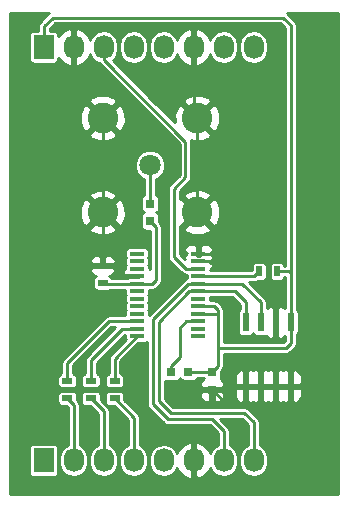
<source format=gbr>
G04 #@! TF.FileFunction,Copper,L2,Bot,Signal*
%FSLAX46Y46*%
G04 Gerber Fmt 4.6, Leading zero omitted, Abs format (unit mm)*
G04 Created by KiCad (PCBNEW 4.0.7-e2-6376~58~ubuntu16.04.1) date Mon Jun 18 09:51:27 2018*
%MOMM*%
%LPD*%
G01*
G04 APERTURE LIST*
%ADD10C,0.100000*%
%ADD11R,0.800000X0.750000*%
%ADD12R,0.750000X0.800000*%
%ADD13R,1.200000X0.400000*%
%ADD14R,0.600000X1.550000*%
%ADD15R,0.900000X0.500000*%
%ADD16R,0.500000X0.900000*%
%ADD17R,1.727200X2.032000*%
%ADD18O,1.727200X2.032000*%
%ADD19C,1.800000*%
%ADD20C,2.600000*%
%ADD21C,0.250000*%
G04 APERTURE END LIST*
D10*
D11*
X146750000Y-115500000D03*
X148250000Y-115500000D03*
D12*
X150250000Y-115500000D03*
X150250000Y-117000000D03*
X145000000Y-102750000D03*
X145000000Y-101250000D03*
D13*
X143900000Y-112492500D03*
X143900000Y-111857500D03*
X143900000Y-111222500D03*
X143900000Y-110587500D03*
X143900000Y-109952500D03*
X143900000Y-109317500D03*
X143900000Y-108682500D03*
X143900000Y-108047500D03*
X143900000Y-107412500D03*
X143900000Y-106777500D03*
X143900000Y-106142500D03*
X143900000Y-105507500D03*
X149100000Y-105507500D03*
X149100000Y-106142500D03*
X149100000Y-106777500D03*
X149100000Y-107412500D03*
X149100000Y-108047500D03*
X149100000Y-108682500D03*
X149100000Y-109317500D03*
X149100000Y-109952500D03*
X149100000Y-110587500D03*
X149100000Y-111222500D03*
X149100000Y-111857500D03*
X149100000Y-112492500D03*
D14*
X156905000Y-116700000D03*
X155635000Y-116700000D03*
X154365000Y-116700000D03*
X153095000Y-116700000D03*
X153095000Y-111300000D03*
X154365000Y-111300000D03*
X155635000Y-111300000D03*
X156905000Y-111300000D03*
D15*
X141000000Y-106500000D03*
X141000000Y-108000000D03*
X142000000Y-117750000D03*
X142000000Y-116250000D03*
X140000000Y-117750000D03*
X140000000Y-116250000D03*
X138000000Y-117750000D03*
X138000000Y-116250000D03*
D16*
X154250000Y-107000000D03*
X155750000Y-107000000D03*
D17*
X136000000Y-123000000D03*
D18*
X138540000Y-123000000D03*
X141080000Y-123000000D03*
X143620000Y-123000000D03*
X146160000Y-123000000D03*
X148700000Y-123000000D03*
X151240000Y-123000000D03*
X153780000Y-123000000D03*
D17*
X136000000Y-88000000D03*
D18*
X138540000Y-88000000D03*
X141080000Y-88000000D03*
X143620000Y-88000000D03*
X146160000Y-88000000D03*
X148700000Y-88000000D03*
X151240000Y-88000000D03*
X153780000Y-88000000D03*
D19*
X145000000Y-98000000D03*
D20*
X141000000Y-94000000D03*
X149000000Y-94000000D03*
X149000000Y-102000000D03*
X141000000Y-102000000D03*
D21*
X146750000Y-115500000D02*
X146750000Y-115000000D01*
X148027500Y-111222500D02*
X149100000Y-111222500D01*
X147500000Y-111750000D02*
X148027500Y-111222500D01*
X147500000Y-114250000D02*
X147500000Y-111750000D01*
X146750000Y-115000000D02*
X147500000Y-114250000D01*
X150250000Y-115500000D02*
X148250000Y-115500000D01*
X150750000Y-113500000D02*
X150750000Y-115000000D01*
X150750000Y-115000000D02*
X150250000Y-115500000D01*
X156905000Y-107250000D02*
X156905000Y-86155000D01*
X136000000Y-86250000D02*
X136000000Y-88000000D01*
X136750000Y-85500000D02*
X136000000Y-86250000D01*
X156250000Y-85500000D02*
X136750000Y-85500000D01*
X156905000Y-86155000D02*
X156250000Y-85500000D01*
X156905000Y-111300000D02*
X156905000Y-107250000D01*
X156905000Y-107250000D02*
X156905000Y-107155000D01*
X156750000Y-107000000D02*
X155750000Y-107000000D01*
X156905000Y-107155000D02*
X156750000Y-107000000D01*
X149100000Y-110587500D02*
X150750000Y-110587500D01*
X150750000Y-110587500D02*
X150750000Y-110750000D01*
X150750000Y-113500000D02*
X156500000Y-113500000D01*
X156905000Y-113095000D02*
X156905000Y-111300000D01*
X156500000Y-113500000D02*
X156905000Y-113095000D01*
X149100000Y-109952500D02*
X150452500Y-109952500D01*
X150750000Y-110250000D02*
X150750000Y-110750000D01*
X150750000Y-110750000D02*
X150750000Y-113500000D01*
X150452500Y-109952500D02*
X150750000Y-110250000D01*
X138540000Y-88000000D02*
X138540000Y-86710000D01*
X148700000Y-86450000D02*
X148700000Y-88000000D01*
X148240002Y-85990002D02*
X148700000Y-86450000D01*
X139259998Y-85990002D02*
X148240002Y-85990002D01*
X138540000Y-86710000D02*
X139259998Y-85990002D01*
X148700000Y-123000000D02*
X148700000Y-124200000D01*
X157000000Y-124500000D02*
X157000000Y-118250000D01*
X156500000Y-125000000D02*
X157000000Y-124500000D01*
X149500000Y-125000000D02*
X156500000Y-125000000D01*
X148700000Y-124200000D02*
X149500000Y-125000000D01*
X153250000Y-118250000D02*
X151500000Y-118250000D01*
X151500000Y-118250000D02*
X150250000Y-117000000D01*
X150500000Y-105500000D02*
X154750000Y-105500000D01*
X155635000Y-109385000D02*
X155635000Y-111300000D01*
X155000000Y-108750000D02*
X155635000Y-109385000D01*
X155000000Y-105750000D02*
X155000000Y-108750000D01*
X154750000Y-105500000D02*
X155000000Y-105750000D01*
X150500000Y-105500000D02*
X149107500Y-105500000D01*
X149107500Y-105500000D02*
X149100000Y-105507500D01*
X149100000Y-106142500D02*
X150357500Y-106142500D01*
X150500000Y-103500000D02*
X149000000Y-102000000D01*
X150500000Y-106000000D02*
X150500000Y-105500000D01*
X150500000Y-105500000D02*
X150500000Y-103500000D01*
X150357500Y-106142500D02*
X150500000Y-106000000D01*
X154500000Y-118250000D02*
X154500000Y-116835000D01*
X154500000Y-116835000D02*
X154365000Y-116700000D01*
X155750000Y-118250000D02*
X155750000Y-116815000D01*
X155750000Y-116815000D02*
X155635000Y-116700000D01*
X153095000Y-116700000D02*
X153095000Y-118095000D01*
X156905000Y-118155000D02*
X156905000Y-116700000D01*
X157000000Y-118250000D02*
X156905000Y-118155000D01*
X153250000Y-118250000D02*
X154500000Y-118250000D01*
X154500000Y-118250000D02*
X155750000Y-118250000D01*
X155750000Y-118250000D02*
X157000000Y-118250000D01*
X153095000Y-118095000D02*
X153250000Y-118250000D01*
X148700000Y-88000000D02*
X148700000Y-93700000D01*
X148700000Y-93700000D02*
X149000000Y-94000000D01*
X138540000Y-88000000D02*
X138540000Y-91540000D01*
X138540000Y-91540000D02*
X141000000Y-94000000D01*
X149000000Y-102000000D02*
X149000000Y-94000000D01*
X141000000Y-102000000D02*
X141000000Y-94000000D01*
X141000000Y-106500000D02*
X141000000Y-102000000D01*
X143900000Y-107412500D02*
X142662500Y-107412500D01*
X141750000Y-106500000D02*
X141000000Y-106500000D01*
X142662500Y-107412500D02*
X141750000Y-106500000D01*
X143900000Y-108047500D02*
X145202500Y-108047500D01*
X145500000Y-103250000D02*
X145000000Y-102750000D01*
X145500000Y-107750000D02*
X145500000Y-103250000D01*
X145202500Y-108047500D02*
X145500000Y-107750000D01*
X143900000Y-108047500D02*
X141047500Y-108047500D01*
X141047500Y-108047500D02*
X141000000Y-108000000D01*
X145000000Y-98000000D02*
X145000000Y-101250000D01*
X142000000Y-116250000D02*
X142000000Y-114392500D01*
X142000000Y-114392500D02*
X143900000Y-112492500D01*
X140000000Y-116250000D02*
X140000000Y-114500000D01*
X142642500Y-111857500D02*
X143900000Y-111857500D01*
X140000000Y-114500000D02*
X142642500Y-111857500D01*
X138000000Y-116250000D02*
X138000000Y-114750000D01*
X141527500Y-111222500D02*
X143900000Y-111222500D01*
X138000000Y-114750000D02*
X141527500Y-111222500D01*
X149100000Y-106777500D02*
X148027500Y-106777500D01*
X141080000Y-89080000D02*
X141080000Y-88000000D01*
X148000000Y-96000000D02*
X141080000Y-89080000D01*
X148000000Y-99000000D02*
X148000000Y-96000000D01*
X147000000Y-100000000D02*
X148000000Y-99000000D01*
X147000000Y-105750000D02*
X147000000Y-100000000D01*
X148027500Y-106777500D02*
X147000000Y-105750000D01*
X149100000Y-107412500D02*
X153837500Y-107412500D01*
X153837500Y-107412500D02*
X154250000Y-107000000D01*
X145250000Y-111750000D02*
X145250000Y-111000000D01*
X145250000Y-118250000D02*
X146500000Y-119500000D01*
X146500000Y-119500000D02*
X150250000Y-119500000D01*
X150250000Y-119500000D02*
X151240000Y-120490000D01*
X151240000Y-123000000D02*
X151240000Y-120490000D01*
X145250000Y-111750000D02*
X145250000Y-118000000D01*
X145250000Y-118000000D02*
X145250000Y-118250000D01*
X148202500Y-108047500D02*
X149100000Y-108047500D01*
X145250000Y-111000000D02*
X148202500Y-108047500D01*
X149100000Y-108047500D02*
X152797500Y-108047500D01*
X154365000Y-109615000D02*
X154365000Y-111300000D01*
X152797500Y-108047500D02*
X154365000Y-109615000D01*
X145750000Y-111750000D02*
X145750000Y-111250000D01*
X146750000Y-119000000D02*
X153000000Y-119000000D01*
X153000000Y-119000000D02*
X153780000Y-119780000D01*
X153780000Y-123000000D02*
X153780000Y-119780000D01*
X145750000Y-111750000D02*
X145750000Y-118000000D01*
X145750000Y-118000000D02*
X146750000Y-119000000D01*
X148317500Y-108682500D02*
X149100000Y-108682500D01*
X145750000Y-111250000D02*
X148317500Y-108682500D01*
X149100000Y-108682500D02*
X152182500Y-108682500D01*
X153095000Y-109595000D02*
X153095000Y-111300000D01*
X152182500Y-108682500D02*
X153095000Y-109595000D01*
X143620000Y-123000000D02*
X143620000Y-119370000D01*
X143620000Y-119370000D02*
X142000000Y-117750000D01*
X141080000Y-123000000D02*
X141080000Y-118830000D01*
X141080000Y-118830000D02*
X140000000Y-117750000D01*
X138540000Y-123000000D02*
X138540000Y-118290000D01*
X138540000Y-118290000D02*
X138000000Y-117750000D01*
G36*
X136396446Y-85146447D02*
X135646447Y-85896447D01*
X135538060Y-86058658D01*
X135500000Y-86250000D01*
X135500000Y-86601654D01*
X135136400Y-86601654D01*
X134997434Y-86627802D01*
X134869801Y-86709931D01*
X134784177Y-86835246D01*
X134754054Y-86984000D01*
X134754054Y-89016000D01*
X134780202Y-89154966D01*
X134862331Y-89282599D01*
X134987646Y-89368223D01*
X135136400Y-89398346D01*
X136863600Y-89398346D01*
X137002566Y-89372198D01*
X137130199Y-89290069D01*
X137215823Y-89164754D01*
X137245946Y-89016000D01*
X137245946Y-88900973D01*
X137250854Y-88914945D01*
X137640798Y-89350235D01*
X138167637Y-89603165D01*
X138179340Y-89604893D01*
X138411000Y-89484519D01*
X138411000Y-88129000D01*
X138391000Y-88129000D01*
X138391000Y-87871000D01*
X138411000Y-87871000D01*
X138411000Y-86515481D01*
X138179340Y-86395107D01*
X138167637Y-86396835D01*
X137640798Y-86649765D01*
X137250854Y-87085055D01*
X137245946Y-87099027D01*
X137245946Y-86984000D01*
X137219798Y-86845034D01*
X137137669Y-86717401D01*
X137012354Y-86631777D01*
X136863600Y-86601654D01*
X136500000Y-86601654D01*
X136500000Y-86457106D01*
X136957107Y-86000000D01*
X156042894Y-86000000D01*
X156405000Y-86362106D01*
X156405000Y-106500000D01*
X156372938Y-106500000D01*
X156356198Y-106411034D01*
X156274069Y-106283401D01*
X156148754Y-106197777D01*
X156000000Y-106167654D01*
X155500000Y-106167654D01*
X155361034Y-106193802D01*
X155233401Y-106275931D01*
X155147777Y-106401246D01*
X155117654Y-106550000D01*
X155117654Y-107450000D01*
X155143802Y-107588966D01*
X155225931Y-107716599D01*
X155351246Y-107802223D01*
X155500000Y-107832346D01*
X156000000Y-107832346D01*
X156138966Y-107806198D01*
X156266599Y-107724069D01*
X156352223Y-107598754D01*
X156372221Y-107500000D01*
X156405000Y-107500000D01*
X156405000Y-110099803D01*
X156293566Y-109988369D01*
X156060912Y-109892000D01*
X155922250Y-109892000D01*
X155764000Y-110050250D01*
X155764000Y-111171000D01*
X155784000Y-111171000D01*
X155784000Y-111429000D01*
X155764000Y-111429000D01*
X155764000Y-112549750D01*
X155922250Y-112708000D01*
X156060912Y-112708000D01*
X156293566Y-112611631D01*
X156405000Y-112500197D01*
X156405000Y-112887893D01*
X156292894Y-113000000D01*
X151250000Y-113000000D01*
X151250000Y-110250000D01*
X151211940Y-110058658D01*
X151141007Y-109952500D01*
X151103554Y-109896447D01*
X150806053Y-109598947D01*
X150643842Y-109490560D01*
X150620419Y-109485901D01*
X150452500Y-109452500D01*
X150082346Y-109452500D01*
X150082346Y-109182500D01*
X151975394Y-109182500D01*
X152595000Y-109802106D01*
X152595000Y-110208076D01*
X152528401Y-110250931D01*
X152442777Y-110376246D01*
X152412654Y-110525000D01*
X152412654Y-112075000D01*
X152438802Y-112213966D01*
X152520931Y-112341599D01*
X152646246Y-112427223D01*
X152795000Y-112457346D01*
X153395000Y-112457346D01*
X153533966Y-112431198D01*
X153661599Y-112349069D01*
X153730680Y-112247966D01*
X153790931Y-112341599D01*
X153916246Y-112427223D01*
X154065000Y-112457346D01*
X154665000Y-112457346D01*
X154797863Y-112432346D01*
X154798368Y-112433565D01*
X154976434Y-112611631D01*
X155209088Y-112708000D01*
X155347750Y-112708000D01*
X155506000Y-112549750D01*
X155506000Y-111429000D01*
X155486000Y-111429000D01*
X155486000Y-111171000D01*
X155506000Y-111171000D01*
X155506000Y-110050250D01*
X155347750Y-109892000D01*
X155209088Y-109892000D01*
X154976434Y-109988369D01*
X154865000Y-110099803D01*
X154865000Y-109615000D01*
X154826940Y-109423658D01*
X154808661Y-109396302D01*
X154718554Y-109261447D01*
X153369606Y-107912500D01*
X153837500Y-107912500D01*
X154028842Y-107874440D01*
X154091839Y-107832346D01*
X154500000Y-107832346D01*
X154638966Y-107806198D01*
X154766599Y-107724069D01*
X154852223Y-107598754D01*
X154882346Y-107450000D01*
X154882346Y-106550000D01*
X154856198Y-106411034D01*
X154774069Y-106283401D01*
X154648754Y-106197777D01*
X154500000Y-106167654D01*
X154000000Y-106167654D01*
X153861034Y-106193802D01*
X153733401Y-106275931D01*
X153647777Y-106401246D01*
X153617654Y-106550000D01*
X153617654Y-106912500D01*
X150082346Y-106912500D01*
X150082346Y-106855351D01*
X150236631Y-106701066D01*
X150333000Y-106468412D01*
X150333000Y-106400750D01*
X150174750Y-106242500D01*
X150060197Y-106242500D01*
X150236631Y-106066066D01*
X150297052Y-105920198D01*
X150333000Y-105884250D01*
X150333000Y-105765750D01*
X150297052Y-105729802D01*
X150236631Y-105583934D01*
X150060197Y-105407500D01*
X150174750Y-105407500D01*
X150333000Y-105249250D01*
X150333000Y-105181588D01*
X150236631Y-104948934D01*
X150058565Y-104770868D01*
X149825911Y-104674500D01*
X149387250Y-104674500D01*
X149229000Y-104832750D01*
X149229000Y-105407500D01*
X149289250Y-105407500D01*
X149229000Y-105467750D01*
X149229000Y-105656500D01*
X148971000Y-105656500D01*
X148971000Y-105467750D01*
X148910750Y-105407500D01*
X148971000Y-105407500D01*
X148971000Y-104832750D01*
X148812750Y-104674500D01*
X148374089Y-104674500D01*
X148141435Y-104770868D01*
X147963369Y-104948934D01*
X147867000Y-105181588D01*
X147867000Y-105249250D01*
X148025250Y-105407500D01*
X148139803Y-105407500D01*
X147963369Y-105583934D01*
X147902948Y-105729802D01*
X147867000Y-105765750D01*
X147867000Y-105884250D01*
X147902948Y-105920198D01*
X147921081Y-105963975D01*
X147500000Y-105542894D01*
X147500000Y-103369683D01*
X147812751Y-103369683D01*
X147948399Y-103666873D01*
X148666332Y-103942419D01*
X149435062Y-103922251D01*
X150051601Y-103666873D01*
X150187249Y-103369683D01*
X149000000Y-102182434D01*
X147812751Y-103369683D01*
X147500000Y-103369683D01*
X147500000Y-103127768D01*
X147630317Y-103187249D01*
X148817566Y-102000000D01*
X149182434Y-102000000D01*
X150369683Y-103187249D01*
X150666873Y-103051601D01*
X150942419Y-102333668D01*
X150922251Y-101564938D01*
X150666873Y-100948399D01*
X150369683Y-100812751D01*
X149182434Y-102000000D01*
X148817566Y-102000000D01*
X147630317Y-100812751D01*
X147500000Y-100872232D01*
X147500000Y-100630317D01*
X147812751Y-100630317D01*
X149000000Y-101817566D01*
X150187249Y-100630317D01*
X150051601Y-100333127D01*
X149333668Y-100057581D01*
X148564938Y-100077749D01*
X147948399Y-100333127D01*
X147812751Y-100630317D01*
X147500000Y-100630317D01*
X147500000Y-100207106D01*
X148353554Y-99353553D01*
X148418526Y-99256314D01*
X148461940Y-99191342D01*
X148500000Y-99000000D01*
X148500000Y-96000000D01*
X148473852Y-95868544D01*
X148666332Y-95942419D01*
X149435062Y-95922251D01*
X150051601Y-95666873D01*
X150187249Y-95369683D01*
X149000000Y-94182434D01*
X148985858Y-94196576D01*
X148803424Y-94014142D01*
X148817566Y-94000000D01*
X149182434Y-94000000D01*
X150369683Y-95187249D01*
X150666873Y-95051601D01*
X150942419Y-94333668D01*
X150922251Y-93564938D01*
X150666873Y-92948399D01*
X150369683Y-92812751D01*
X149182434Y-94000000D01*
X148817566Y-94000000D01*
X147630317Y-92812751D01*
X147333127Y-92948399D01*
X147057581Y-93666332D01*
X147076013Y-94368907D01*
X145337423Y-92630317D01*
X147812751Y-92630317D01*
X149000000Y-93817566D01*
X150187249Y-92630317D01*
X150051601Y-92333127D01*
X149333668Y-92057581D01*
X148564938Y-92077749D01*
X147948399Y-92333127D01*
X147812751Y-92630317D01*
X145337423Y-92630317D01*
X141839981Y-89132875D01*
X141955822Y-89055473D01*
X142224317Y-88653643D01*
X142318600Y-88179651D01*
X142318600Y-87820349D01*
X142381400Y-87820349D01*
X142381400Y-88179651D01*
X142475683Y-88653643D01*
X142744178Y-89055473D01*
X143146008Y-89323968D01*
X143620000Y-89418251D01*
X144093992Y-89323968D01*
X144495822Y-89055473D01*
X144764317Y-88653643D01*
X144858600Y-88179651D01*
X144858600Y-87820349D01*
X144921400Y-87820349D01*
X144921400Y-88179651D01*
X145015683Y-88653643D01*
X145284178Y-89055473D01*
X145686008Y-89323968D01*
X146160000Y-89418251D01*
X146633992Y-89323968D01*
X147035822Y-89055473D01*
X147304317Y-88653643D01*
X147309650Y-88626834D01*
X147410854Y-88914945D01*
X147800798Y-89350235D01*
X148327637Y-89603165D01*
X148339340Y-89604893D01*
X148571000Y-89484519D01*
X148571000Y-88129000D01*
X148551000Y-88129000D01*
X148551000Y-87871000D01*
X148571000Y-87871000D01*
X148571000Y-86515481D01*
X148829000Y-86515481D01*
X148829000Y-87871000D01*
X148849000Y-87871000D01*
X148849000Y-88129000D01*
X148829000Y-88129000D01*
X148829000Y-89484519D01*
X149060660Y-89604893D01*
X149072363Y-89603165D01*
X149599202Y-89350235D01*
X149989146Y-88914945D01*
X150090350Y-88626834D01*
X150095683Y-88653643D01*
X150364178Y-89055473D01*
X150766008Y-89323968D01*
X151240000Y-89418251D01*
X151713992Y-89323968D01*
X152115822Y-89055473D01*
X152384317Y-88653643D01*
X152478600Y-88179651D01*
X152478600Y-87820349D01*
X152541400Y-87820349D01*
X152541400Y-88179651D01*
X152635683Y-88653643D01*
X152904178Y-89055473D01*
X153306008Y-89323968D01*
X153780000Y-89418251D01*
X154253992Y-89323968D01*
X154655822Y-89055473D01*
X154924317Y-88653643D01*
X155018600Y-88179651D01*
X155018600Y-87820349D01*
X154924317Y-87346357D01*
X154655822Y-86944527D01*
X154253992Y-86676032D01*
X153780000Y-86581749D01*
X153306008Y-86676032D01*
X152904178Y-86944527D01*
X152635683Y-87346357D01*
X152541400Y-87820349D01*
X152478600Y-87820349D01*
X152384317Y-87346357D01*
X152115822Y-86944527D01*
X151713992Y-86676032D01*
X151240000Y-86581749D01*
X150766008Y-86676032D01*
X150364178Y-86944527D01*
X150095683Y-87346357D01*
X150090350Y-87373166D01*
X149989146Y-87085055D01*
X149599202Y-86649765D01*
X149072363Y-86396835D01*
X149060660Y-86395107D01*
X148829000Y-86515481D01*
X148571000Y-86515481D01*
X148339340Y-86395107D01*
X148327637Y-86396835D01*
X147800798Y-86649765D01*
X147410854Y-87085055D01*
X147309650Y-87373166D01*
X147304317Y-87346357D01*
X147035822Y-86944527D01*
X146633992Y-86676032D01*
X146160000Y-86581749D01*
X145686008Y-86676032D01*
X145284178Y-86944527D01*
X145015683Y-87346357D01*
X144921400Y-87820349D01*
X144858600Y-87820349D01*
X144764317Y-87346357D01*
X144495822Y-86944527D01*
X144093992Y-86676032D01*
X143620000Y-86581749D01*
X143146008Y-86676032D01*
X142744178Y-86944527D01*
X142475683Y-87346357D01*
X142381400Y-87820349D01*
X142318600Y-87820349D01*
X142224317Y-87346357D01*
X141955822Y-86944527D01*
X141553992Y-86676032D01*
X141080000Y-86581749D01*
X140606008Y-86676032D01*
X140204178Y-86944527D01*
X139935683Y-87346357D01*
X139930350Y-87373166D01*
X139829146Y-87085055D01*
X139439202Y-86649765D01*
X138912363Y-86396835D01*
X138900660Y-86395107D01*
X138669000Y-86515481D01*
X138669000Y-87871000D01*
X138689000Y-87871000D01*
X138689000Y-88129000D01*
X138669000Y-88129000D01*
X138669000Y-89484519D01*
X138900660Y-89604893D01*
X138912363Y-89603165D01*
X139439202Y-89350235D01*
X139829146Y-88914945D01*
X139930350Y-88626834D01*
X139935683Y-88653643D01*
X140204178Y-89055473D01*
X140606008Y-89323968D01*
X140660461Y-89334799D01*
X140726447Y-89433553D01*
X147500000Y-96207106D01*
X147500000Y-98792893D01*
X146646447Y-99646447D01*
X146538060Y-99808658D01*
X146500000Y-100000000D01*
X146500000Y-105750000D01*
X146526704Y-105884250D01*
X146538060Y-105941342D01*
X146646447Y-106103553D01*
X147673946Y-107131053D01*
X147764175Y-107191342D01*
X147836158Y-107239440D01*
X148027500Y-107277500D01*
X148117654Y-107277500D01*
X148117654Y-107564377D01*
X148011158Y-107585560D01*
X147973034Y-107611034D01*
X147848947Y-107693946D01*
X144896447Y-110646447D01*
X144882346Y-110667550D01*
X144882346Y-110387500D01*
X144859425Y-110265687D01*
X144882346Y-110152500D01*
X144882346Y-109752500D01*
X144859425Y-109630687D01*
X144882346Y-109517500D01*
X144882346Y-109117500D01*
X144859425Y-108995687D01*
X144882346Y-108882500D01*
X144882346Y-108547500D01*
X145202500Y-108547500D01*
X145393842Y-108509440D01*
X145556053Y-108401053D01*
X145853554Y-108103553D01*
X145926189Y-107994846D01*
X145961940Y-107941342D01*
X146000000Y-107750000D01*
X146000000Y-103250000D01*
X145961940Y-103058658D01*
X145957225Y-103051601D01*
X145853554Y-102896447D01*
X145757346Y-102800239D01*
X145757346Y-102350000D01*
X145731198Y-102211034D01*
X145649069Y-102083401D01*
X145525354Y-101998870D01*
X145641599Y-101924069D01*
X145727223Y-101798754D01*
X145757346Y-101650000D01*
X145757346Y-100850000D01*
X145731198Y-100711034D01*
X145649069Y-100583401D01*
X145523754Y-100497777D01*
X145500000Y-100492967D01*
X145500000Y-99172957D01*
X145721286Y-99081523D01*
X146080262Y-98723173D01*
X146274778Y-98254726D01*
X146275221Y-97747499D01*
X146081523Y-97278714D01*
X145723173Y-96919738D01*
X145254726Y-96725222D01*
X144747499Y-96724779D01*
X144278714Y-96918477D01*
X143919738Y-97276827D01*
X143725222Y-97745274D01*
X143724779Y-98252501D01*
X143918477Y-98721286D01*
X144276827Y-99080262D01*
X144500000Y-99172931D01*
X144500000Y-100491174D01*
X144486034Y-100493802D01*
X144358401Y-100575931D01*
X144272777Y-100701246D01*
X144242654Y-100850000D01*
X144242654Y-101650000D01*
X144268802Y-101788966D01*
X144350931Y-101916599D01*
X144474646Y-102001130D01*
X144358401Y-102075931D01*
X144272777Y-102201246D01*
X144242654Y-102350000D01*
X144242654Y-103150000D01*
X144268802Y-103288966D01*
X144350931Y-103416599D01*
X144476246Y-103502223D01*
X144625000Y-103532346D01*
X145000000Y-103532346D01*
X145000000Y-106817303D01*
X144882346Y-106699649D01*
X144882346Y-106577500D01*
X144859425Y-106455687D01*
X144882346Y-106342500D01*
X144882346Y-105942500D01*
X144859425Y-105820687D01*
X144882346Y-105707500D01*
X144882346Y-105307500D01*
X144856198Y-105168534D01*
X144774069Y-105040901D01*
X144648754Y-104955277D01*
X144500000Y-104925154D01*
X143300000Y-104925154D01*
X143161034Y-104951302D01*
X143033401Y-105033431D01*
X142947777Y-105158746D01*
X142917654Y-105307500D01*
X142917654Y-105707500D01*
X142940575Y-105829313D01*
X142917654Y-105942500D01*
X142917654Y-106342500D01*
X142940575Y-106464313D01*
X142917654Y-106577500D01*
X142917654Y-106699649D01*
X142763369Y-106853934D01*
X142667000Y-107086588D01*
X142667000Y-107154250D01*
X142825250Y-107312500D01*
X143126039Y-107312500D01*
X143151246Y-107329723D01*
X143300000Y-107359846D01*
X144049000Y-107359846D01*
X144049000Y-107465154D01*
X143300000Y-107465154D01*
X143161034Y-107491302D01*
X143128091Y-107512500D01*
X142825250Y-107512500D01*
X142790250Y-107547500D01*
X141765315Y-107547500D01*
X141724069Y-107483401D01*
X141598754Y-107397777D01*
X141525782Y-107383000D01*
X141575912Y-107383000D01*
X141808566Y-107286631D01*
X141986632Y-107108565D01*
X142083000Y-106875911D01*
X142083000Y-106783250D01*
X141924750Y-106625000D01*
X141129000Y-106625000D01*
X141129000Y-106649000D01*
X140871000Y-106649000D01*
X140871000Y-106625000D01*
X140075250Y-106625000D01*
X139917000Y-106783250D01*
X139917000Y-106875911D01*
X140013368Y-107108565D01*
X140191434Y-107286631D01*
X140424088Y-107383000D01*
X140468442Y-107383000D01*
X140411034Y-107393802D01*
X140283401Y-107475931D01*
X140197777Y-107601246D01*
X140167654Y-107750000D01*
X140167654Y-108250000D01*
X140193802Y-108388966D01*
X140275931Y-108516599D01*
X140401246Y-108602223D01*
X140550000Y-108632346D01*
X141450000Y-108632346D01*
X141588966Y-108606198D01*
X141680186Y-108547500D01*
X142917654Y-108547500D01*
X142917654Y-108882500D01*
X142940575Y-109004313D01*
X142917654Y-109117500D01*
X142917654Y-109517500D01*
X142940575Y-109639313D01*
X142917654Y-109752500D01*
X142917654Y-110152500D01*
X142940575Y-110274313D01*
X142917654Y-110387500D01*
X142917654Y-110722500D01*
X141527500Y-110722500D01*
X141359581Y-110755901D01*
X141336158Y-110760560D01*
X141173946Y-110868947D01*
X137646447Y-114396447D01*
X137538060Y-114558658D01*
X137500000Y-114750000D01*
X137500000Y-115627062D01*
X137411034Y-115643802D01*
X137283401Y-115725931D01*
X137197777Y-115851246D01*
X137167654Y-116000000D01*
X137167654Y-116500000D01*
X137193802Y-116638966D01*
X137275931Y-116766599D01*
X137401246Y-116852223D01*
X137550000Y-116882346D01*
X138450000Y-116882346D01*
X138588966Y-116856198D01*
X138716599Y-116774069D01*
X138802223Y-116648754D01*
X138832346Y-116500000D01*
X138832346Y-116000000D01*
X138806198Y-115861034D01*
X138724069Y-115733401D01*
X138598754Y-115647777D01*
X138500000Y-115627779D01*
X138500000Y-114957106D01*
X141734607Y-111722500D01*
X142070393Y-111722500D01*
X139646447Y-114146447D01*
X139538060Y-114308658D01*
X139500000Y-114500000D01*
X139500000Y-115627062D01*
X139411034Y-115643802D01*
X139283401Y-115725931D01*
X139197777Y-115851246D01*
X139167654Y-116000000D01*
X139167654Y-116500000D01*
X139193802Y-116638966D01*
X139275931Y-116766599D01*
X139401246Y-116852223D01*
X139550000Y-116882346D01*
X140450000Y-116882346D01*
X140588966Y-116856198D01*
X140716599Y-116774069D01*
X140802223Y-116648754D01*
X140832346Y-116500000D01*
X140832346Y-116000000D01*
X140806198Y-115861034D01*
X140724069Y-115733401D01*
X140598754Y-115647777D01*
X140500000Y-115627779D01*
X140500000Y-114707106D01*
X142849607Y-112357500D01*
X142917654Y-112357500D01*
X142917654Y-112692500D01*
X142929569Y-112755824D01*
X141646447Y-114038947D01*
X141538060Y-114201158D01*
X141500000Y-114392500D01*
X141500000Y-115627062D01*
X141411034Y-115643802D01*
X141283401Y-115725931D01*
X141197777Y-115851246D01*
X141167654Y-116000000D01*
X141167654Y-116500000D01*
X141193802Y-116638966D01*
X141275931Y-116766599D01*
X141401246Y-116852223D01*
X141550000Y-116882346D01*
X142450000Y-116882346D01*
X142588966Y-116856198D01*
X142716599Y-116774069D01*
X142802223Y-116648754D01*
X142832346Y-116500000D01*
X142832346Y-116000000D01*
X142806198Y-115861034D01*
X142724069Y-115733401D01*
X142598754Y-115647777D01*
X142500000Y-115627779D01*
X142500000Y-114599606D01*
X144024761Y-113074846D01*
X144500000Y-113074846D01*
X144638966Y-113048698D01*
X144750000Y-112977250D01*
X144750000Y-118250000D01*
X144776325Y-118382346D01*
X144788060Y-118441342D01*
X144896447Y-118603553D01*
X146146447Y-119853553D01*
X146308658Y-119961940D01*
X146500000Y-120000000D01*
X150042894Y-120000000D01*
X150740000Y-120697107D01*
X150740000Y-121693410D01*
X150364178Y-121944527D01*
X150095683Y-122346357D01*
X150090350Y-122373166D01*
X149989146Y-122085055D01*
X149599202Y-121649765D01*
X149072363Y-121396835D01*
X149060660Y-121395107D01*
X148829000Y-121515481D01*
X148829000Y-122871000D01*
X148849000Y-122871000D01*
X148849000Y-123129000D01*
X148829000Y-123129000D01*
X148829000Y-124484519D01*
X149060660Y-124604893D01*
X149072363Y-124603165D01*
X149599202Y-124350235D01*
X149989146Y-123914945D01*
X150090350Y-123626834D01*
X150095683Y-123653643D01*
X150364178Y-124055473D01*
X150766008Y-124323968D01*
X151240000Y-124418251D01*
X151713992Y-124323968D01*
X152115822Y-124055473D01*
X152384317Y-123653643D01*
X152478600Y-123179651D01*
X152478600Y-122820349D01*
X152384317Y-122346357D01*
X152115822Y-121944527D01*
X151740000Y-121693410D01*
X151740000Y-120490000D01*
X151701940Y-120298658D01*
X151664042Y-120241940D01*
X151593553Y-120136446D01*
X150957106Y-119500000D01*
X152792894Y-119500000D01*
X153280000Y-119987107D01*
X153280000Y-121693410D01*
X152904178Y-121944527D01*
X152635683Y-122346357D01*
X152541400Y-122820349D01*
X152541400Y-123179651D01*
X152635683Y-123653643D01*
X152904178Y-124055473D01*
X153306008Y-124323968D01*
X153780000Y-124418251D01*
X154253992Y-124323968D01*
X154655822Y-124055473D01*
X154924317Y-123653643D01*
X155018600Y-123179651D01*
X155018600Y-122820349D01*
X154924317Y-122346357D01*
X154655822Y-121944527D01*
X154280000Y-121693410D01*
X154280000Y-119780000D01*
X154241940Y-119588658D01*
X154182700Y-119500000D01*
X154133554Y-119426447D01*
X153353553Y-118646447D01*
X153191342Y-118538060D01*
X153000000Y-118500000D01*
X146957107Y-118500000D01*
X146250000Y-117792894D01*
X146250000Y-117287250D01*
X149242000Y-117287250D01*
X149242000Y-117525911D01*
X149338368Y-117758565D01*
X149516434Y-117936631D01*
X149749088Y-118033000D01*
X149962750Y-118033000D01*
X150121000Y-117874750D01*
X150121000Y-117129000D01*
X150379000Y-117129000D01*
X150379000Y-117874750D01*
X150537250Y-118033000D01*
X150750912Y-118033000D01*
X150983566Y-117936631D01*
X151161632Y-117758565D01*
X151258000Y-117525911D01*
X151258000Y-117287250D01*
X151099750Y-117129000D01*
X150379000Y-117129000D01*
X150121000Y-117129000D01*
X149400250Y-117129000D01*
X149242000Y-117287250D01*
X146250000Y-117287250D01*
X146250000Y-116987250D01*
X152162000Y-116987250D01*
X152162000Y-117600911D01*
X152258368Y-117833565D01*
X152436434Y-118011631D01*
X152669088Y-118108000D01*
X152807750Y-118108000D01*
X152966000Y-117949750D01*
X152966000Y-116829000D01*
X153224000Y-116829000D01*
X153224000Y-117949750D01*
X153382250Y-118108000D01*
X153520912Y-118108000D01*
X153730000Y-118021392D01*
X153939088Y-118108000D01*
X154077750Y-118108000D01*
X154236000Y-117949750D01*
X154236000Y-116829000D01*
X154494000Y-116829000D01*
X154494000Y-117949750D01*
X154652250Y-118108000D01*
X154790912Y-118108000D01*
X155000000Y-118021392D01*
X155209088Y-118108000D01*
X155347750Y-118108000D01*
X155506000Y-117949750D01*
X155506000Y-116829000D01*
X155764000Y-116829000D01*
X155764000Y-117949750D01*
X155922250Y-118108000D01*
X156060912Y-118108000D01*
X156270000Y-118021392D01*
X156479088Y-118108000D01*
X156617750Y-118108000D01*
X156776000Y-117949750D01*
X156776000Y-116829000D01*
X157034000Y-116829000D01*
X157034000Y-117949750D01*
X157192250Y-118108000D01*
X157330912Y-118108000D01*
X157563566Y-118011631D01*
X157741632Y-117833565D01*
X157838000Y-117600911D01*
X157838000Y-116987250D01*
X157679750Y-116829000D01*
X157034000Y-116829000D01*
X156776000Y-116829000D01*
X155764000Y-116829000D01*
X155506000Y-116829000D01*
X154494000Y-116829000D01*
X154236000Y-116829000D01*
X153224000Y-116829000D01*
X152966000Y-116829000D01*
X152320250Y-116829000D01*
X152162000Y-116987250D01*
X146250000Y-116987250D01*
X146250000Y-116237096D01*
X146350000Y-116257346D01*
X147150000Y-116257346D01*
X147288966Y-116231198D01*
X147416599Y-116149069D01*
X147501130Y-116025354D01*
X147575931Y-116141599D01*
X147701246Y-116227223D01*
X147850000Y-116257346D01*
X148650000Y-116257346D01*
X148788966Y-116231198D01*
X148916599Y-116149069D01*
X149002223Y-116023754D01*
X149007033Y-116000000D01*
X149511470Y-116000000D01*
X149518802Y-116038966D01*
X149530702Y-116057459D01*
X149516434Y-116063369D01*
X149338368Y-116241435D01*
X149242000Y-116474089D01*
X149242000Y-116712750D01*
X149400250Y-116871000D01*
X150121000Y-116871000D01*
X150121000Y-116851000D01*
X150379000Y-116851000D01*
X150379000Y-116871000D01*
X151099750Y-116871000D01*
X151258000Y-116712750D01*
X151258000Y-116474089D01*
X151161632Y-116241435D01*
X150983566Y-116063369D01*
X150970839Y-116058097D01*
X150977223Y-116048754D01*
X151007346Y-115900000D01*
X151007346Y-115799089D01*
X152162000Y-115799089D01*
X152162000Y-116412750D01*
X152320250Y-116571000D01*
X152966000Y-116571000D01*
X152966000Y-115450250D01*
X153224000Y-115450250D01*
X153224000Y-116571000D01*
X154236000Y-116571000D01*
X154236000Y-115450250D01*
X154494000Y-115450250D01*
X154494000Y-116571000D01*
X155506000Y-116571000D01*
X155506000Y-115450250D01*
X155764000Y-115450250D01*
X155764000Y-116571000D01*
X156776000Y-116571000D01*
X156776000Y-115450250D01*
X157034000Y-115450250D01*
X157034000Y-116571000D01*
X157679750Y-116571000D01*
X157838000Y-116412750D01*
X157838000Y-115799089D01*
X157741632Y-115566435D01*
X157563566Y-115388369D01*
X157330912Y-115292000D01*
X157192250Y-115292000D01*
X157034000Y-115450250D01*
X156776000Y-115450250D01*
X156617750Y-115292000D01*
X156479088Y-115292000D01*
X156270000Y-115378608D01*
X156060912Y-115292000D01*
X155922250Y-115292000D01*
X155764000Y-115450250D01*
X155506000Y-115450250D01*
X155347750Y-115292000D01*
X155209088Y-115292000D01*
X155000000Y-115378608D01*
X154790912Y-115292000D01*
X154652250Y-115292000D01*
X154494000Y-115450250D01*
X154236000Y-115450250D01*
X154077750Y-115292000D01*
X153939088Y-115292000D01*
X153730000Y-115378608D01*
X153520912Y-115292000D01*
X153382250Y-115292000D01*
X153224000Y-115450250D01*
X152966000Y-115450250D01*
X152807750Y-115292000D01*
X152669088Y-115292000D01*
X152436434Y-115388369D01*
X152258368Y-115566435D01*
X152162000Y-115799089D01*
X151007346Y-115799089D01*
X151007346Y-115449761D01*
X151103554Y-115353553D01*
X151211940Y-115191342D01*
X151250000Y-115000000D01*
X151250000Y-114000000D01*
X156500000Y-114000000D01*
X156691342Y-113961940D01*
X156853553Y-113853553D01*
X157258553Y-113448554D01*
X157366940Y-113286342D01*
X157405000Y-113095000D01*
X157405000Y-112391924D01*
X157471599Y-112349069D01*
X157557223Y-112223754D01*
X157587346Y-112075000D01*
X157587346Y-110525000D01*
X157561198Y-110386034D01*
X157479069Y-110258401D01*
X157405000Y-110207792D01*
X157405000Y-86155000D01*
X157366940Y-85963658D01*
X157258553Y-85801447D01*
X156603553Y-85146447D01*
X156571456Y-85125000D01*
X160875000Y-85125000D01*
X160875000Y-125875000D01*
X133125000Y-125875000D01*
X133125000Y-121984000D01*
X134754054Y-121984000D01*
X134754054Y-124016000D01*
X134780202Y-124154966D01*
X134862331Y-124282599D01*
X134987646Y-124368223D01*
X135136400Y-124398346D01*
X136863600Y-124398346D01*
X137002566Y-124372198D01*
X137130199Y-124290069D01*
X137215823Y-124164754D01*
X137245946Y-124016000D01*
X137245946Y-121984000D01*
X137219798Y-121845034D01*
X137137669Y-121717401D01*
X137012354Y-121631777D01*
X136863600Y-121601654D01*
X135136400Y-121601654D01*
X134997434Y-121627802D01*
X134869801Y-121709931D01*
X134784177Y-121835246D01*
X134754054Y-121984000D01*
X133125000Y-121984000D01*
X133125000Y-117500000D01*
X137167654Y-117500000D01*
X137167654Y-118000000D01*
X137193802Y-118138966D01*
X137275931Y-118266599D01*
X137401246Y-118352223D01*
X137550000Y-118382346D01*
X137925239Y-118382346D01*
X138040000Y-118497107D01*
X138040000Y-121693410D01*
X137664178Y-121944527D01*
X137395683Y-122346357D01*
X137301400Y-122820349D01*
X137301400Y-123179651D01*
X137395683Y-123653643D01*
X137664178Y-124055473D01*
X138066008Y-124323968D01*
X138540000Y-124418251D01*
X139013992Y-124323968D01*
X139415822Y-124055473D01*
X139684317Y-123653643D01*
X139778600Y-123179651D01*
X139778600Y-122820349D01*
X139684317Y-122346357D01*
X139415822Y-121944527D01*
X139040000Y-121693410D01*
X139040000Y-118290000D01*
X139001940Y-118098658D01*
X138975213Y-118058658D01*
X138893553Y-117936446D01*
X138832346Y-117875239D01*
X138832346Y-117500000D01*
X139167654Y-117500000D01*
X139167654Y-118000000D01*
X139193802Y-118138966D01*
X139275931Y-118266599D01*
X139401246Y-118352223D01*
X139550000Y-118382346D01*
X139925240Y-118382346D01*
X140580000Y-119037107D01*
X140580000Y-121693410D01*
X140204178Y-121944527D01*
X139935683Y-122346357D01*
X139841400Y-122820349D01*
X139841400Y-123179651D01*
X139935683Y-123653643D01*
X140204178Y-124055473D01*
X140606008Y-124323968D01*
X141080000Y-124418251D01*
X141553992Y-124323968D01*
X141955822Y-124055473D01*
X142224317Y-123653643D01*
X142318600Y-123179651D01*
X142318600Y-122820349D01*
X142224317Y-122346357D01*
X141955822Y-121944527D01*
X141580000Y-121693410D01*
X141580000Y-118830000D01*
X141541940Y-118638658D01*
X141474722Y-118538060D01*
X141433554Y-118476447D01*
X140832346Y-117875240D01*
X140832346Y-117500000D01*
X141167654Y-117500000D01*
X141167654Y-118000000D01*
X141193802Y-118138966D01*
X141275931Y-118266599D01*
X141401246Y-118352223D01*
X141550000Y-118382346D01*
X141925240Y-118382346D01*
X143120000Y-119577106D01*
X143120000Y-121693410D01*
X142744178Y-121944527D01*
X142475683Y-122346357D01*
X142381400Y-122820349D01*
X142381400Y-123179651D01*
X142475683Y-123653643D01*
X142744178Y-124055473D01*
X143146008Y-124323968D01*
X143620000Y-124418251D01*
X144093992Y-124323968D01*
X144495822Y-124055473D01*
X144764317Y-123653643D01*
X144858600Y-123179651D01*
X144858600Y-122820349D01*
X144921400Y-122820349D01*
X144921400Y-123179651D01*
X145015683Y-123653643D01*
X145284178Y-124055473D01*
X145686008Y-124323968D01*
X146160000Y-124418251D01*
X146633992Y-124323968D01*
X147035822Y-124055473D01*
X147304317Y-123653643D01*
X147309650Y-123626834D01*
X147410854Y-123914945D01*
X147800798Y-124350235D01*
X148327637Y-124603165D01*
X148339340Y-124604893D01*
X148571000Y-124484519D01*
X148571000Y-123129000D01*
X148551000Y-123129000D01*
X148551000Y-122871000D01*
X148571000Y-122871000D01*
X148571000Y-121515481D01*
X148339340Y-121395107D01*
X148327637Y-121396835D01*
X147800798Y-121649765D01*
X147410854Y-122085055D01*
X147309650Y-122373166D01*
X147304317Y-122346357D01*
X147035822Y-121944527D01*
X146633992Y-121676032D01*
X146160000Y-121581749D01*
X145686008Y-121676032D01*
X145284178Y-121944527D01*
X145015683Y-122346357D01*
X144921400Y-122820349D01*
X144858600Y-122820349D01*
X144764317Y-122346357D01*
X144495822Y-121944527D01*
X144120000Y-121693410D01*
X144120000Y-119370000D01*
X144081940Y-119178658D01*
X143973553Y-119016447D01*
X142832346Y-117875240D01*
X142832346Y-117500000D01*
X142806198Y-117361034D01*
X142724069Y-117233401D01*
X142598754Y-117147777D01*
X142450000Y-117117654D01*
X141550000Y-117117654D01*
X141411034Y-117143802D01*
X141283401Y-117225931D01*
X141197777Y-117351246D01*
X141167654Y-117500000D01*
X140832346Y-117500000D01*
X140806198Y-117361034D01*
X140724069Y-117233401D01*
X140598754Y-117147777D01*
X140450000Y-117117654D01*
X139550000Y-117117654D01*
X139411034Y-117143802D01*
X139283401Y-117225931D01*
X139197777Y-117351246D01*
X139167654Y-117500000D01*
X138832346Y-117500000D01*
X138806198Y-117361034D01*
X138724069Y-117233401D01*
X138598754Y-117147777D01*
X138450000Y-117117654D01*
X137550000Y-117117654D01*
X137411034Y-117143802D01*
X137283401Y-117225931D01*
X137197777Y-117351246D01*
X137167654Y-117500000D01*
X133125000Y-117500000D01*
X133125000Y-106124089D01*
X139917000Y-106124089D01*
X139917000Y-106216750D01*
X140075250Y-106375000D01*
X140871000Y-106375000D01*
X140871000Y-105775250D01*
X141129000Y-105775250D01*
X141129000Y-106375000D01*
X141924750Y-106375000D01*
X142083000Y-106216750D01*
X142083000Y-106124089D01*
X141986632Y-105891435D01*
X141808566Y-105713369D01*
X141575912Y-105617000D01*
X141287250Y-105617000D01*
X141129000Y-105775250D01*
X140871000Y-105775250D01*
X140712750Y-105617000D01*
X140424088Y-105617000D01*
X140191434Y-105713369D01*
X140013368Y-105891435D01*
X139917000Y-106124089D01*
X133125000Y-106124089D01*
X133125000Y-103369683D01*
X139812751Y-103369683D01*
X139948399Y-103666873D01*
X140666332Y-103942419D01*
X141435062Y-103922251D01*
X142051601Y-103666873D01*
X142187249Y-103369683D01*
X141000000Y-102182434D01*
X139812751Y-103369683D01*
X133125000Y-103369683D01*
X133125000Y-101666332D01*
X139057581Y-101666332D01*
X139077749Y-102435062D01*
X139333127Y-103051601D01*
X139630317Y-103187249D01*
X140817566Y-102000000D01*
X141182434Y-102000000D01*
X142369683Y-103187249D01*
X142666873Y-103051601D01*
X142942419Y-102333668D01*
X142922251Y-101564938D01*
X142666873Y-100948399D01*
X142369683Y-100812751D01*
X141182434Y-102000000D01*
X140817566Y-102000000D01*
X139630317Y-100812751D01*
X139333127Y-100948399D01*
X139057581Y-101666332D01*
X133125000Y-101666332D01*
X133125000Y-100630317D01*
X139812751Y-100630317D01*
X141000000Y-101817566D01*
X142187249Y-100630317D01*
X142051601Y-100333127D01*
X141333668Y-100057581D01*
X140564938Y-100077749D01*
X139948399Y-100333127D01*
X139812751Y-100630317D01*
X133125000Y-100630317D01*
X133125000Y-95369683D01*
X139812751Y-95369683D01*
X139948399Y-95666873D01*
X140666332Y-95942419D01*
X141435062Y-95922251D01*
X142051601Y-95666873D01*
X142187249Y-95369683D01*
X141000000Y-94182434D01*
X139812751Y-95369683D01*
X133125000Y-95369683D01*
X133125000Y-93666332D01*
X139057581Y-93666332D01*
X139077749Y-94435062D01*
X139333127Y-95051601D01*
X139630317Y-95187249D01*
X140817566Y-94000000D01*
X141182434Y-94000000D01*
X142369683Y-95187249D01*
X142666873Y-95051601D01*
X142942419Y-94333668D01*
X142922251Y-93564938D01*
X142666873Y-92948399D01*
X142369683Y-92812751D01*
X141182434Y-94000000D01*
X140817566Y-94000000D01*
X139630317Y-92812751D01*
X139333127Y-92948399D01*
X139057581Y-93666332D01*
X133125000Y-93666332D01*
X133125000Y-92630317D01*
X139812751Y-92630317D01*
X141000000Y-93817566D01*
X142187249Y-92630317D01*
X142051601Y-92333127D01*
X141333668Y-92057581D01*
X140564938Y-92077749D01*
X139948399Y-92333127D01*
X139812751Y-92630317D01*
X133125000Y-92630317D01*
X133125000Y-85125000D01*
X136428544Y-85125000D01*
X136396446Y-85146447D01*
X136396446Y-85146447D01*
G37*
X136396446Y-85146447D02*
X135646447Y-85896447D01*
X135538060Y-86058658D01*
X135500000Y-86250000D01*
X135500000Y-86601654D01*
X135136400Y-86601654D01*
X134997434Y-86627802D01*
X134869801Y-86709931D01*
X134784177Y-86835246D01*
X134754054Y-86984000D01*
X134754054Y-89016000D01*
X134780202Y-89154966D01*
X134862331Y-89282599D01*
X134987646Y-89368223D01*
X135136400Y-89398346D01*
X136863600Y-89398346D01*
X137002566Y-89372198D01*
X137130199Y-89290069D01*
X137215823Y-89164754D01*
X137245946Y-89016000D01*
X137245946Y-88900973D01*
X137250854Y-88914945D01*
X137640798Y-89350235D01*
X138167637Y-89603165D01*
X138179340Y-89604893D01*
X138411000Y-89484519D01*
X138411000Y-88129000D01*
X138391000Y-88129000D01*
X138391000Y-87871000D01*
X138411000Y-87871000D01*
X138411000Y-86515481D01*
X138179340Y-86395107D01*
X138167637Y-86396835D01*
X137640798Y-86649765D01*
X137250854Y-87085055D01*
X137245946Y-87099027D01*
X137245946Y-86984000D01*
X137219798Y-86845034D01*
X137137669Y-86717401D01*
X137012354Y-86631777D01*
X136863600Y-86601654D01*
X136500000Y-86601654D01*
X136500000Y-86457106D01*
X136957107Y-86000000D01*
X156042894Y-86000000D01*
X156405000Y-86362106D01*
X156405000Y-106500000D01*
X156372938Y-106500000D01*
X156356198Y-106411034D01*
X156274069Y-106283401D01*
X156148754Y-106197777D01*
X156000000Y-106167654D01*
X155500000Y-106167654D01*
X155361034Y-106193802D01*
X155233401Y-106275931D01*
X155147777Y-106401246D01*
X155117654Y-106550000D01*
X155117654Y-107450000D01*
X155143802Y-107588966D01*
X155225931Y-107716599D01*
X155351246Y-107802223D01*
X155500000Y-107832346D01*
X156000000Y-107832346D01*
X156138966Y-107806198D01*
X156266599Y-107724069D01*
X156352223Y-107598754D01*
X156372221Y-107500000D01*
X156405000Y-107500000D01*
X156405000Y-110099803D01*
X156293566Y-109988369D01*
X156060912Y-109892000D01*
X155922250Y-109892000D01*
X155764000Y-110050250D01*
X155764000Y-111171000D01*
X155784000Y-111171000D01*
X155784000Y-111429000D01*
X155764000Y-111429000D01*
X155764000Y-112549750D01*
X155922250Y-112708000D01*
X156060912Y-112708000D01*
X156293566Y-112611631D01*
X156405000Y-112500197D01*
X156405000Y-112887893D01*
X156292894Y-113000000D01*
X151250000Y-113000000D01*
X151250000Y-110250000D01*
X151211940Y-110058658D01*
X151141007Y-109952500D01*
X151103554Y-109896447D01*
X150806053Y-109598947D01*
X150643842Y-109490560D01*
X150620419Y-109485901D01*
X150452500Y-109452500D01*
X150082346Y-109452500D01*
X150082346Y-109182500D01*
X151975394Y-109182500D01*
X152595000Y-109802106D01*
X152595000Y-110208076D01*
X152528401Y-110250931D01*
X152442777Y-110376246D01*
X152412654Y-110525000D01*
X152412654Y-112075000D01*
X152438802Y-112213966D01*
X152520931Y-112341599D01*
X152646246Y-112427223D01*
X152795000Y-112457346D01*
X153395000Y-112457346D01*
X153533966Y-112431198D01*
X153661599Y-112349069D01*
X153730680Y-112247966D01*
X153790931Y-112341599D01*
X153916246Y-112427223D01*
X154065000Y-112457346D01*
X154665000Y-112457346D01*
X154797863Y-112432346D01*
X154798368Y-112433565D01*
X154976434Y-112611631D01*
X155209088Y-112708000D01*
X155347750Y-112708000D01*
X155506000Y-112549750D01*
X155506000Y-111429000D01*
X155486000Y-111429000D01*
X155486000Y-111171000D01*
X155506000Y-111171000D01*
X155506000Y-110050250D01*
X155347750Y-109892000D01*
X155209088Y-109892000D01*
X154976434Y-109988369D01*
X154865000Y-110099803D01*
X154865000Y-109615000D01*
X154826940Y-109423658D01*
X154808661Y-109396302D01*
X154718554Y-109261447D01*
X153369606Y-107912500D01*
X153837500Y-107912500D01*
X154028842Y-107874440D01*
X154091839Y-107832346D01*
X154500000Y-107832346D01*
X154638966Y-107806198D01*
X154766599Y-107724069D01*
X154852223Y-107598754D01*
X154882346Y-107450000D01*
X154882346Y-106550000D01*
X154856198Y-106411034D01*
X154774069Y-106283401D01*
X154648754Y-106197777D01*
X154500000Y-106167654D01*
X154000000Y-106167654D01*
X153861034Y-106193802D01*
X153733401Y-106275931D01*
X153647777Y-106401246D01*
X153617654Y-106550000D01*
X153617654Y-106912500D01*
X150082346Y-106912500D01*
X150082346Y-106855351D01*
X150236631Y-106701066D01*
X150333000Y-106468412D01*
X150333000Y-106400750D01*
X150174750Y-106242500D01*
X150060197Y-106242500D01*
X150236631Y-106066066D01*
X150297052Y-105920198D01*
X150333000Y-105884250D01*
X150333000Y-105765750D01*
X150297052Y-105729802D01*
X150236631Y-105583934D01*
X150060197Y-105407500D01*
X150174750Y-105407500D01*
X150333000Y-105249250D01*
X150333000Y-105181588D01*
X150236631Y-104948934D01*
X150058565Y-104770868D01*
X149825911Y-104674500D01*
X149387250Y-104674500D01*
X149229000Y-104832750D01*
X149229000Y-105407500D01*
X149289250Y-105407500D01*
X149229000Y-105467750D01*
X149229000Y-105656500D01*
X148971000Y-105656500D01*
X148971000Y-105467750D01*
X148910750Y-105407500D01*
X148971000Y-105407500D01*
X148971000Y-104832750D01*
X148812750Y-104674500D01*
X148374089Y-104674500D01*
X148141435Y-104770868D01*
X147963369Y-104948934D01*
X147867000Y-105181588D01*
X147867000Y-105249250D01*
X148025250Y-105407500D01*
X148139803Y-105407500D01*
X147963369Y-105583934D01*
X147902948Y-105729802D01*
X147867000Y-105765750D01*
X147867000Y-105884250D01*
X147902948Y-105920198D01*
X147921081Y-105963975D01*
X147500000Y-105542894D01*
X147500000Y-103369683D01*
X147812751Y-103369683D01*
X147948399Y-103666873D01*
X148666332Y-103942419D01*
X149435062Y-103922251D01*
X150051601Y-103666873D01*
X150187249Y-103369683D01*
X149000000Y-102182434D01*
X147812751Y-103369683D01*
X147500000Y-103369683D01*
X147500000Y-103127768D01*
X147630317Y-103187249D01*
X148817566Y-102000000D01*
X149182434Y-102000000D01*
X150369683Y-103187249D01*
X150666873Y-103051601D01*
X150942419Y-102333668D01*
X150922251Y-101564938D01*
X150666873Y-100948399D01*
X150369683Y-100812751D01*
X149182434Y-102000000D01*
X148817566Y-102000000D01*
X147630317Y-100812751D01*
X147500000Y-100872232D01*
X147500000Y-100630317D01*
X147812751Y-100630317D01*
X149000000Y-101817566D01*
X150187249Y-100630317D01*
X150051601Y-100333127D01*
X149333668Y-100057581D01*
X148564938Y-100077749D01*
X147948399Y-100333127D01*
X147812751Y-100630317D01*
X147500000Y-100630317D01*
X147500000Y-100207106D01*
X148353554Y-99353553D01*
X148418526Y-99256314D01*
X148461940Y-99191342D01*
X148500000Y-99000000D01*
X148500000Y-96000000D01*
X148473852Y-95868544D01*
X148666332Y-95942419D01*
X149435062Y-95922251D01*
X150051601Y-95666873D01*
X150187249Y-95369683D01*
X149000000Y-94182434D01*
X148985858Y-94196576D01*
X148803424Y-94014142D01*
X148817566Y-94000000D01*
X149182434Y-94000000D01*
X150369683Y-95187249D01*
X150666873Y-95051601D01*
X150942419Y-94333668D01*
X150922251Y-93564938D01*
X150666873Y-92948399D01*
X150369683Y-92812751D01*
X149182434Y-94000000D01*
X148817566Y-94000000D01*
X147630317Y-92812751D01*
X147333127Y-92948399D01*
X147057581Y-93666332D01*
X147076013Y-94368907D01*
X145337423Y-92630317D01*
X147812751Y-92630317D01*
X149000000Y-93817566D01*
X150187249Y-92630317D01*
X150051601Y-92333127D01*
X149333668Y-92057581D01*
X148564938Y-92077749D01*
X147948399Y-92333127D01*
X147812751Y-92630317D01*
X145337423Y-92630317D01*
X141839981Y-89132875D01*
X141955822Y-89055473D01*
X142224317Y-88653643D01*
X142318600Y-88179651D01*
X142318600Y-87820349D01*
X142381400Y-87820349D01*
X142381400Y-88179651D01*
X142475683Y-88653643D01*
X142744178Y-89055473D01*
X143146008Y-89323968D01*
X143620000Y-89418251D01*
X144093992Y-89323968D01*
X144495822Y-89055473D01*
X144764317Y-88653643D01*
X144858600Y-88179651D01*
X144858600Y-87820349D01*
X144921400Y-87820349D01*
X144921400Y-88179651D01*
X145015683Y-88653643D01*
X145284178Y-89055473D01*
X145686008Y-89323968D01*
X146160000Y-89418251D01*
X146633992Y-89323968D01*
X147035822Y-89055473D01*
X147304317Y-88653643D01*
X147309650Y-88626834D01*
X147410854Y-88914945D01*
X147800798Y-89350235D01*
X148327637Y-89603165D01*
X148339340Y-89604893D01*
X148571000Y-89484519D01*
X148571000Y-88129000D01*
X148551000Y-88129000D01*
X148551000Y-87871000D01*
X148571000Y-87871000D01*
X148571000Y-86515481D01*
X148829000Y-86515481D01*
X148829000Y-87871000D01*
X148849000Y-87871000D01*
X148849000Y-88129000D01*
X148829000Y-88129000D01*
X148829000Y-89484519D01*
X149060660Y-89604893D01*
X149072363Y-89603165D01*
X149599202Y-89350235D01*
X149989146Y-88914945D01*
X150090350Y-88626834D01*
X150095683Y-88653643D01*
X150364178Y-89055473D01*
X150766008Y-89323968D01*
X151240000Y-89418251D01*
X151713992Y-89323968D01*
X152115822Y-89055473D01*
X152384317Y-88653643D01*
X152478600Y-88179651D01*
X152478600Y-87820349D01*
X152541400Y-87820349D01*
X152541400Y-88179651D01*
X152635683Y-88653643D01*
X152904178Y-89055473D01*
X153306008Y-89323968D01*
X153780000Y-89418251D01*
X154253992Y-89323968D01*
X154655822Y-89055473D01*
X154924317Y-88653643D01*
X155018600Y-88179651D01*
X155018600Y-87820349D01*
X154924317Y-87346357D01*
X154655822Y-86944527D01*
X154253992Y-86676032D01*
X153780000Y-86581749D01*
X153306008Y-86676032D01*
X152904178Y-86944527D01*
X152635683Y-87346357D01*
X152541400Y-87820349D01*
X152478600Y-87820349D01*
X152384317Y-87346357D01*
X152115822Y-86944527D01*
X151713992Y-86676032D01*
X151240000Y-86581749D01*
X150766008Y-86676032D01*
X150364178Y-86944527D01*
X150095683Y-87346357D01*
X150090350Y-87373166D01*
X149989146Y-87085055D01*
X149599202Y-86649765D01*
X149072363Y-86396835D01*
X149060660Y-86395107D01*
X148829000Y-86515481D01*
X148571000Y-86515481D01*
X148339340Y-86395107D01*
X148327637Y-86396835D01*
X147800798Y-86649765D01*
X147410854Y-87085055D01*
X147309650Y-87373166D01*
X147304317Y-87346357D01*
X147035822Y-86944527D01*
X146633992Y-86676032D01*
X146160000Y-86581749D01*
X145686008Y-86676032D01*
X145284178Y-86944527D01*
X145015683Y-87346357D01*
X144921400Y-87820349D01*
X144858600Y-87820349D01*
X144764317Y-87346357D01*
X144495822Y-86944527D01*
X144093992Y-86676032D01*
X143620000Y-86581749D01*
X143146008Y-86676032D01*
X142744178Y-86944527D01*
X142475683Y-87346357D01*
X142381400Y-87820349D01*
X142318600Y-87820349D01*
X142224317Y-87346357D01*
X141955822Y-86944527D01*
X141553992Y-86676032D01*
X141080000Y-86581749D01*
X140606008Y-86676032D01*
X140204178Y-86944527D01*
X139935683Y-87346357D01*
X139930350Y-87373166D01*
X139829146Y-87085055D01*
X139439202Y-86649765D01*
X138912363Y-86396835D01*
X138900660Y-86395107D01*
X138669000Y-86515481D01*
X138669000Y-87871000D01*
X138689000Y-87871000D01*
X138689000Y-88129000D01*
X138669000Y-88129000D01*
X138669000Y-89484519D01*
X138900660Y-89604893D01*
X138912363Y-89603165D01*
X139439202Y-89350235D01*
X139829146Y-88914945D01*
X139930350Y-88626834D01*
X139935683Y-88653643D01*
X140204178Y-89055473D01*
X140606008Y-89323968D01*
X140660461Y-89334799D01*
X140726447Y-89433553D01*
X147500000Y-96207106D01*
X147500000Y-98792893D01*
X146646447Y-99646447D01*
X146538060Y-99808658D01*
X146500000Y-100000000D01*
X146500000Y-105750000D01*
X146526704Y-105884250D01*
X146538060Y-105941342D01*
X146646447Y-106103553D01*
X147673946Y-107131053D01*
X147764175Y-107191342D01*
X147836158Y-107239440D01*
X148027500Y-107277500D01*
X148117654Y-107277500D01*
X148117654Y-107564377D01*
X148011158Y-107585560D01*
X147973034Y-107611034D01*
X147848947Y-107693946D01*
X144896447Y-110646447D01*
X144882346Y-110667550D01*
X144882346Y-110387500D01*
X144859425Y-110265687D01*
X144882346Y-110152500D01*
X144882346Y-109752500D01*
X144859425Y-109630687D01*
X144882346Y-109517500D01*
X144882346Y-109117500D01*
X144859425Y-108995687D01*
X144882346Y-108882500D01*
X144882346Y-108547500D01*
X145202500Y-108547500D01*
X145393842Y-108509440D01*
X145556053Y-108401053D01*
X145853554Y-108103553D01*
X145926189Y-107994846D01*
X145961940Y-107941342D01*
X146000000Y-107750000D01*
X146000000Y-103250000D01*
X145961940Y-103058658D01*
X145957225Y-103051601D01*
X145853554Y-102896447D01*
X145757346Y-102800239D01*
X145757346Y-102350000D01*
X145731198Y-102211034D01*
X145649069Y-102083401D01*
X145525354Y-101998870D01*
X145641599Y-101924069D01*
X145727223Y-101798754D01*
X145757346Y-101650000D01*
X145757346Y-100850000D01*
X145731198Y-100711034D01*
X145649069Y-100583401D01*
X145523754Y-100497777D01*
X145500000Y-100492967D01*
X145500000Y-99172957D01*
X145721286Y-99081523D01*
X146080262Y-98723173D01*
X146274778Y-98254726D01*
X146275221Y-97747499D01*
X146081523Y-97278714D01*
X145723173Y-96919738D01*
X145254726Y-96725222D01*
X144747499Y-96724779D01*
X144278714Y-96918477D01*
X143919738Y-97276827D01*
X143725222Y-97745274D01*
X143724779Y-98252501D01*
X143918477Y-98721286D01*
X144276827Y-99080262D01*
X144500000Y-99172931D01*
X144500000Y-100491174D01*
X144486034Y-100493802D01*
X144358401Y-100575931D01*
X144272777Y-100701246D01*
X144242654Y-100850000D01*
X144242654Y-101650000D01*
X144268802Y-101788966D01*
X144350931Y-101916599D01*
X144474646Y-102001130D01*
X144358401Y-102075931D01*
X144272777Y-102201246D01*
X144242654Y-102350000D01*
X144242654Y-103150000D01*
X144268802Y-103288966D01*
X144350931Y-103416599D01*
X144476246Y-103502223D01*
X144625000Y-103532346D01*
X145000000Y-103532346D01*
X145000000Y-106817303D01*
X144882346Y-106699649D01*
X144882346Y-106577500D01*
X144859425Y-106455687D01*
X144882346Y-106342500D01*
X144882346Y-105942500D01*
X144859425Y-105820687D01*
X144882346Y-105707500D01*
X144882346Y-105307500D01*
X144856198Y-105168534D01*
X144774069Y-105040901D01*
X144648754Y-104955277D01*
X144500000Y-104925154D01*
X143300000Y-104925154D01*
X143161034Y-104951302D01*
X143033401Y-105033431D01*
X142947777Y-105158746D01*
X142917654Y-105307500D01*
X142917654Y-105707500D01*
X142940575Y-105829313D01*
X142917654Y-105942500D01*
X142917654Y-106342500D01*
X142940575Y-106464313D01*
X142917654Y-106577500D01*
X142917654Y-106699649D01*
X142763369Y-106853934D01*
X142667000Y-107086588D01*
X142667000Y-107154250D01*
X142825250Y-107312500D01*
X143126039Y-107312500D01*
X143151246Y-107329723D01*
X143300000Y-107359846D01*
X144049000Y-107359846D01*
X144049000Y-107465154D01*
X143300000Y-107465154D01*
X143161034Y-107491302D01*
X143128091Y-107512500D01*
X142825250Y-107512500D01*
X142790250Y-107547500D01*
X141765315Y-107547500D01*
X141724069Y-107483401D01*
X141598754Y-107397777D01*
X141525782Y-107383000D01*
X141575912Y-107383000D01*
X141808566Y-107286631D01*
X141986632Y-107108565D01*
X142083000Y-106875911D01*
X142083000Y-106783250D01*
X141924750Y-106625000D01*
X141129000Y-106625000D01*
X141129000Y-106649000D01*
X140871000Y-106649000D01*
X140871000Y-106625000D01*
X140075250Y-106625000D01*
X139917000Y-106783250D01*
X139917000Y-106875911D01*
X140013368Y-107108565D01*
X140191434Y-107286631D01*
X140424088Y-107383000D01*
X140468442Y-107383000D01*
X140411034Y-107393802D01*
X140283401Y-107475931D01*
X140197777Y-107601246D01*
X140167654Y-107750000D01*
X140167654Y-108250000D01*
X140193802Y-108388966D01*
X140275931Y-108516599D01*
X140401246Y-108602223D01*
X140550000Y-108632346D01*
X141450000Y-108632346D01*
X141588966Y-108606198D01*
X141680186Y-108547500D01*
X142917654Y-108547500D01*
X142917654Y-108882500D01*
X142940575Y-109004313D01*
X142917654Y-109117500D01*
X142917654Y-109517500D01*
X142940575Y-109639313D01*
X142917654Y-109752500D01*
X142917654Y-110152500D01*
X142940575Y-110274313D01*
X142917654Y-110387500D01*
X142917654Y-110722500D01*
X141527500Y-110722500D01*
X141359581Y-110755901D01*
X141336158Y-110760560D01*
X141173946Y-110868947D01*
X137646447Y-114396447D01*
X137538060Y-114558658D01*
X137500000Y-114750000D01*
X137500000Y-115627062D01*
X137411034Y-115643802D01*
X137283401Y-115725931D01*
X137197777Y-115851246D01*
X137167654Y-116000000D01*
X137167654Y-116500000D01*
X137193802Y-116638966D01*
X137275931Y-116766599D01*
X137401246Y-116852223D01*
X137550000Y-116882346D01*
X138450000Y-116882346D01*
X138588966Y-116856198D01*
X138716599Y-116774069D01*
X138802223Y-116648754D01*
X138832346Y-116500000D01*
X138832346Y-116000000D01*
X138806198Y-115861034D01*
X138724069Y-115733401D01*
X138598754Y-115647777D01*
X138500000Y-115627779D01*
X138500000Y-114957106D01*
X141734607Y-111722500D01*
X142070393Y-111722500D01*
X139646447Y-114146447D01*
X139538060Y-114308658D01*
X139500000Y-114500000D01*
X139500000Y-115627062D01*
X139411034Y-115643802D01*
X139283401Y-115725931D01*
X139197777Y-115851246D01*
X139167654Y-116000000D01*
X139167654Y-116500000D01*
X139193802Y-116638966D01*
X139275931Y-116766599D01*
X139401246Y-116852223D01*
X139550000Y-116882346D01*
X140450000Y-116882346D01*
X140588966Y-116856198D01*
X140716599Y-116774069D01*
X140802223Y-116648754D01*
X140832346Y-116500000D01*
X140832346Y-116000000D01*
X140806198Y-115861034D01*
X140724069Y-115733401D01*
X140598754Y-115647777D01*
X140500000Y-115627779D01*
X140500000Y-114707106D01*
X142849607Y-112357500D01*
X142917654Y-112357500D01*
X142917654Y-112692500D01*
X142929569Y-112755824D01*
X141646447Y-114038947D01*
X141538060Y-114201158D01*
X141500000Y-114392500D01*
X141500000Y-115627062D01*
X141411034Y-115643802D01*
X141283401Y-115725931D01*
X141197777Y-115851246D01*
X141167654Y-116000000D01*
X141167654Y-116500000D01*
X141193802Y-116638966D01*
X141275931Y-116766599D01*
X141401246Y-116852223D01*
X141550000Y-116882346D01*
X142450000Y-116882346D01*
X142588966Y-116856198D01*
X142716599Y-116774069D01*
X142802223Y-116648754D01*
X142832346Y-116500000D01*
X142832346Y-116000000D01*
X142806198Y-115861034D01*
X142724069Y-115733401D01*
X142598754Y-115647777D01*
X142500000Y-115627779D01*
X142500000Y-114599606D01*
X144024761Y-113074846D01*
X144500000Y-113074846D01*
X144638966Y-113048698D01*
X144750000Y-112977250D01*
X144750000Y-118250000D01*
X144776325Y-118382346D01*
X144788060Y-118441342D01*
X144896447Y-118603553D01*
X146146447Y-119853553D01*
X146308658Y-119961940D01*
X146500000Y-120000000D01*
X150042894Y-120000000D01*
X150740000Y-120697107D01*
X150740000Y-121693410D01*
X150364178Y-121944527D01*
X150095683Y-122346357D01*
X150090350Y-122373166D01*
X149989146Y-122085055D01*
X149599202Y-121649765D01*
X149072363Y-121396835D01*
X149060660Y-121395107D01*
X148829000Y-121515481D01*
X148829000Y-122871000D01*
X148849000Y-122871000D01*
X148849000Y-123129000D01*
X148829000Y-123129000D01*
X148829000Y-124484519D01*
X149060660Y-124604893D01*
X149072363Y-124603165D01*
X149599202Y-124350235D01*
X149989146Y-123914945D01*
X150090350Y-123626834D01*
X150095683Y-123653643D01*
X150364178Y-124055473D01*
X150766008Y-124323968D01*
X151240000Y-124418251D01*
X151713992Y-124323968D01*
X152115822Y-124055473D01*
X152384317Y-123653643D01*
X152478600Y-123179651D01*
X152478600Y-122820349D01*
X152384317Y-122346357D01*
X152115822Y-121944527D01*
X151740000Y-121693410D01*
X151740000Y-120490000D01*
X151701940Y-120298658D01*
X151664042Y-120241940D01*
X151593553Y-120136446D01*
X150957106Y-119500000D01*
X152792894Y-119500000D01*
X153280000Y-119987107D01*
X153280000Y-121693410D01*
X152904178Y-121944527D01*
X152635683Y-122346357D01*
X152541400Y-122820349D01*
X152541400Y-123179651D01*
X152635683Y-123653643D01*
X152904178Y-124055473D01*
X153306008Y-124323968D01*
X153780000Y-124418251D01*
X154253992Y-124323968D01*
X154655822Y-124055473D01*
X154924317Y-123653643D01*
X155018600Y-123179651D01*
X155018600Y-122820349D01*
X154924317Y-122346357D01*
X154655822Y-121944527D01*
X154280000Y-121693410D01*
X154280000Y-119780000D01*
X154241940Y-119588658D01*
X154182700Y-119500000D01*
X154133554Y-119426447D01*
X153353553Y-118646447D01*
X153191342Y-118538060D01*
X153000000Y-118500000D01*
X146957107Y-118500000D01*
X146250000Y-117792894D01*
X146250000Y-117287250D01*
X149242000Y-117287250D01*
X149242000Y-117525911D01*
X149338368Y-117758565D01*
X149516434Y-117936631D01*
X149749088Y-118033000D01*
X149962750Y-118033000D01*
X150121000Y-117874750D01*
X150121000Y-117129000D01*
X150379000Y-117129000D01*
X150379000Y-117874750D01*
X150537250Y-118033000D01*
X150750912Y-118033000D01*
X150983566Y-117936631D01*
X151161632Y-117758565D01*
X151258000Y-117525911D01*
X151258000Y-117287250D01*
X151099750Y-117129000D01*
X150379000Y-117129000D01*
X150121000Y-117129000D01*
X149400250Y-117129000D01*
X149242000Y-117287250D01*
X146250000Y-117287250D01*
X146250000Y-116987250D01*
X152162000Y-116987250D01*
X152162000Y-117600911D01*
X152258368Y-117833565D01*
X152436434Y-118011631D01*
X152669088Y-118108000D01*
X152807750Y-118108000D01*
X152966000Y-117949750D01*
X152966000Y-116829000D01*
X153224000Y-116829000D01*
X153224000Y-117949750D01*
X153382250Y-118108000D01*
X153520912Y-118108000D01*
X153730000Y-118021392D01*
X153939088Y-118108000D01*
X154077750Y-118108000D01*
X154236000Y-117949750D01*
X154236000Y-116829000D01*
X154494000Y-116829000D01*
X154494000Y-117949750D01*
X154652250Y-118108000D01*
X154790912Y-118108000D01*
X155000000Y-118021392D01*
X155209088Y-118108000D01*
X155347750Y-118108000D01*
X155506000Y-117949750D01*
X155506000Y-116829000D01*
X155764000Y-116829000D01*
X155764000Y-117949750D01*
X155922250Y-118108000D01*
X156060912Y-118108000D01*
X156270000Y-118021392D01*
X156479088Y-118108000D01*
X156617750Y-118108000D01*
X156776000Y-117949750D01*
X156776000Y-116829000D01*
X157034000Y-116829000D01*
X157034000Y-117949750D01*
X157192250Y-118108000D01*
X157330912Y-118108000D01*
X157563566Y-118011631D01*
X157741632Y-117833565D01*
X157838000Y-117600911D01*
X157838000Y-116987250D01*
X157679750Y-116829000D01*
X157034000Y-116829000D01*
X156776000Y-116829000D01*
X155764000Y-116829000D01*
X155506000Y-116829000D01*
X154494000Y-116829000D01*
X154236000Y-116829000D01*
X153224000Y-116829000D01*
X152966000Y-116829000D01*
X152320250Y-116829000D01*
X152162000Y-116987250D01*
X146250000Y-116987250D01*
X146250000Y-116237096D01*
X146350000Y-116257346D01*
X147150000Y-116257346D01*
X147288966Y-116231198D01*
X147416599Y-116149069D01*
X147501130Y-116025354D01*
X147575931Y-116141599D01*
X147701246Y-116227223D01*
X147850000Y-116257346D01*
X148650000Y-116257346D01*
X148788966Y-116231198D01*
X148916599Y-116149069D01*
X149002223Y-116023754D01*
X149007033Y-116000000D01*
X149511470Y-116000000D01*
X149518802Y-116038966D01*
X149530702Y-116057459D01*
X149516434Y-116063369D01*
X149338368Y-116241435D01*
X149242000Y-116474089D01*
X149242000Y-116712750D01*
X149400250Y-116871000D01*
X150121000Y-116871000D01*
X150121000Y-116851000D01*
X150379000Y-116851000D01*
X150379000Y-116871000D01*
X151099750Y-116871000D01*
X151258000Y-116712750D01*
X151258000Y-116474089D01*
X151161632Y-116241435D01*
X150983566Y-116063369D01*
X150970839Y-116058097D01*
X150977223Y-116048754D01*
X151007346Y-115900000D01*
X151007346Y-115799089D01*
X152162000Y-115799089D01*
X152162000Y-116412750D01*
X152320250Y-116571000D01*
X152966000Y-116571000D01*
X152966000Y-115450250D01*
X153224000Y-115450250D01*
X153224000Y-116571000D01*
X154236000Y-116571000D01*
X154236000Y-115450250D01*
X154494000Y-115450250D01*
X154494000Y-116571000D01*
X155506000Y-116571000D01*
X155506000Y-115450250D01*
X155764000Y-115450250D01*
X155764000Y-116571000D01*
X156776000Y-116571000D01*
X156776000Y-115450250D01*
X157034000Y-115450250D01*
X157034000Y-116571000D01*
X157679750Y-116571000D01*
X157838000Y-116412750D01*
X157838000Y-115799089D01*
X157741632Y-115566435D01*
X157563566Y-115388369D01*
X157330912Y-115292000D01*
X157192250Y-115292000D01*
X157034000Y-115450250D01*
X156776000Y-115450250D01*
X156617750Y-115292000D01*
X156479088Y-115292000D01*
X156270000Y-115378608D01*
X156060912Y-115292000D01*
X155922250Y-115292000D01*
X155764000Y-115450250D01*
X155506000Y-115450250D01*
X155347750Y-115292000D01*
X155209088Y-115292000D01*
X155000000Y-115378608D01*
X154790912Y-115292000D01*
X154652250Y-115292000D01*
X154494000Y-115450250D01*
X154236000Y-115450250D01*
X154077750Y-115292000D01*
X153939088Y-115292000D01*
X153730000Y-115378608D01*
X153520912Y-115292000D01*
X153382250Y-115292000D01*
X153224000Y-115450250D01*
X152966000Y-115450250D01*
X152807750Y-115292000D01*
X152669088Y-115292000D01*
X152436434Y-115388369D01*
X152258368Y-115566435D01*
X152162000Y-115799089D01*
X151007346Y-115799089D01*
X151007346Y-115449761D01*
X151103554Y-115353553D01*
X151211940Y-115191342D01*
X151250000Y-115000000D01*
X151250000Y-114000000D01*
X156500000Y-114000000D01*
X156691342Y-113961940D01*
X156853553Y-113853553D01*
X157258553Y-113448554D01*
X157366940Y-113286342D01*
X157405000Y-113095000D01*
X157405000Y-112391924D01*
X157471599Y-112349069D01*
X157557223Y-112223754D01*
X157587346Y-112075000D01*
X157587346Y-110525000D01*
X157561198Y-110386034D01*
X157479069Y-110258401D01*
X157405000Y-110207792D01*
X157405000Y-86155000D01*
X157366940Y-85963658D01*
X157258553Y-85801447D01*
X156603553Y-85146447D01*
X156571456Y-85125000D01*
X160875000Y-85125000D01*
X160875000Y-125875000D01*
X133125000Y-125875000D01*
X133125000Y-121984000D01*
X134754054Y-121984000D01*
X134754054Y-124016000D01*
X134780202Y-124154966D01*
X134862331Y-124282599D01*
X134987646Y-124368223D01*
X135136400Y-124398346D01*
X136863600Y-124398346D01*
X137002566Y-124372198D01*
X137130199Y-124290069D01*
X137215823Y-124164754D01*
X137245946Y-124016000D01*
X137245946Y-121984000D01*
X137219798Y-121845034D01*
X137137669Y-121717401D01*
X137012354Y-121631777D01*
X136863600Y-121601654D01*
X135136400Y-121601654D01*
X134997434Y-121627802D01*
X134869801Y-121709931D01*
X134784177Y-121835246D01*
X134754054Y-121984000D01*
X133125000Y-121984000D01*
X133125000Y-117500000D01*
X137167654Y-117500000D01*
X137167654Y-118000000D01*
X137193802Y-118138966D01*
X137275931Y-118266599D01*
X137401246Y-118352223D01*
X137550000Y-118382346D01*
X137925239Y-118382346D01*
X138040000Y-118497107D01*
X138040000Y-121693410D01*
X137664178Y-121944527D01*
X137395683Y-122346357D01*
X137301400Y-122820349D01*
X137301400Y-123179651D01*
X137395683Y-123653643D01*
X137664178Y-124055473D01*
X138066008Y-124323968D01*
X138540000Y-124418251D01*
X139013992Y-124323968D01*
X139415822Y-124055473D01*
X139684317Y-123653643D01*
X139778600Y-123179651D01*
X139778600Y-122820349D01*
X139684317Y-122346357D01*
X139415822Y-121944527D01*
X139040000Y-121693410D01*
X139040000Y-118290000D01*
X139001940Y-118098658D01*
X138975213Y-118058658D01*
X138893553Y-117936446D01*
X138832346Y-117875239D01*
X138832346Y-117500000D01*
X139167654Y-117500000D01*
X139167654Y-118000000D01*
X139193802Y-118138966D01*
X139275931Y-118266599D01*
X139401246Y-118352223D01*
X139550000Y-118382346D01*
X139925240Y-118382346D01*
X140580000Y-119037107D01*
X140580000Y-121693410D01*
X140204178Y-121944527D01*
X139935683Y-122346357D01*
X139841400Y-122820349D01*
X139841400Y-123179651D01*
X139935683Y-123653643D01*
X140204178Y-124055473D01*
X140606008Y-124323968D01*
X141080000Y-124418251D01*
X141553992Y-124323968D01*
X141955822Y-124055473D01*
X142224317Y-123653643D01*
X142318600Y-123179651D01*
X142318600Y-122820349D01*
X142224317Y-122346357D01*
X141955822Y-121944527D01*
X141580000Y-121693410D01*
X141580000Y-118830000D01*
X141541940Y-118638658D01*
X141474722Y-118538060D01*
X141433554Y-118476447D01*
X140832346Y-117875240D01*
X140832346Y-117500000D01*
X141167654Y-117500000D01*
X141167654Y-118000000D01*
X141193802Y-118138966D01*
X141275931Y-118266599D01*
X141401246Y-118352223D01*
X141550000Y-118382346D01*
X141925240Y-118382346D01*
X143120000Y-119577106D01*
X143120000Y-121693410D01*
X142744178Y-121944527D01*
X142475683Y-122346357D01*
X142381400Y-122820349D01*
X142381400Y-123179651D01*
X142475683Y-123653643D01*
X142744178Y-124055473D01*
X143146008Y-124323968D01*
X143620000Y-124418251D01*
X144093992Y-124323968D01*
X144495822Y-124055473D01*
X144764317Y-123653643D01*
X144858600Y-123179651D01*
X144858600Y-122820349D01*
X144921400Y-122820349D01*
X144921400Y-123179651D01*
X145015683Y-123653643D01*
X145284178Y-124055473D01*
X145686008Y-124323968D01*
X146160000Y-124418251D01*
X146633992Y-124323968D01*
X147035822Y-124055473D01*
X147304317Y-123653643D01*
X147309650Y-123626834D01*
X147410854Y-123914945D01*
X147800798Y-124350235D01*
X148327637Y-124603165D01*
X148339340Y-124604893D01*
X148571000Y-124484519D01*
X148571000Y-123129000D01*
X148551000Y-123129000D01*
X148551000Y-122871000D01*
X148571000Y-122871000D01*
X148571000Y-121515481D01*
X148339340Y-121395107D01*
X148327637Y-121396835D01*
X147800798Y-121649765D01*
X147410854Y-122085055D01*
X147309650Y-122373166D01*
X147304317Y-122346357D01*
X147035822Y-121944527D01*
X146633992Y-121676032D01*
X146160000Y-121581749D01*
X145686008Y-121676032D01*
X145284178Y-121944527D01*
X145015683Y-122346357D01*
X144921400Y-122820349D01*
X144858600Y-122820349D01*
X144764317Y-122346357D01*
X144495822Y-121944527D01*
X144120000Y-121693410D01*
X144120000Y-119370000D01*
X144081940Y-119178658D01*
X143973553Y-119016447D01*
X142832346Y-117875240D01*
X142832346Y-117500000D01*
X142806198Y-117361034D01*
X142724069Y-117233401D01*
X142598754Y-117147777D01*
X142450000Y-117117654D01*
X141550000Y-117117654D01*
X141411034Y-117143802D01*
X141283401Y-117225931D01*
X141197777Y-117351246D01*
X141167654Y-117500000D01*
X140832346Y-117500000D01*
X140806198Y-117361034D01*
X140724069Y-117233401D01*
X140598754Y-117147777D01*
X140450000Y-117117654D01*
X139550000Y-117117654D01*
X139411034Y-117143802D01*
X139283401Y-117225931D01*
X139197777Y-117351246D01*
X139167654Y-117500000D01*
X138832346Y-117500000D01*
X138806198Y-117361034D01*
X138724069Y-117233401D01*
X138598754Y-117147777D01*
X138450000Y-117117654D01*
X137550000Y-117117654D01*
X137411034Y-117143802D01*
X137283401Y-117225931D01*
X137197777Y-117351246D01*
X137167654Y-117500000D01*
X133125000Y-117500000D01*
X133125000Y-106124089D01*
X139917000Y-106124089D01*
X139917000Y-106216750D01*
X140075250Y-106375000D01*
X140871000Y-106375000D01*
X140871000Y-105775250D01*
X141129000Y-105775250D01*
X141129000Y-106375000D01*
X141924750Y-106375000D01*
X142083000Y-106216750D01*
X142083000Y-106124089D01*
X141986632Y-105891435D01*
X141808566Y-105713369D01*
X141575912Y-105617000D01*
X141287250Y-105617000D01*
X141129000Y-105775250D01*
X140871000Y-105775250D01*
X140712750Y-105617000D01*
X140424088Y-105617000D01*
X140191434Y-105713369D01*
X140013368Y-105891435D01*
X139917000Y-106124089D01*
X133125000Y-106124089D01*
X133125000Y-103369683D01*
X139812751Y-103369683D01*
X139948399Y-103666873D01*
X140666332Y-103942419D01*
X141435062Y-103922251D01*
X142051601Y-103666873D01*
X142187249Y-103369683D01*
X141000000Y-102182434D01*
X139812751Y-103369683D01*
X133125000Y-103369683D01*
X133125000Y-101666332D01*
X139057581Y-101666332D01*
X139077749Y-102435062D01*
X139333127Y-103051601D01*
X139630317Y-103187249D01*
X140817566Y-102000000D01*
X141182434Y-102000000D01*
X142369683Y-103187249D01*
X142666873Y-103051601D01*
X142942419Y-102333668D01*
X142922251Y-101564938D01*
X142666873Y-100948399D01*
X142369683Y-100812751D01*
X141182434Y-102000000D01*
X140817566Y-102000000D01*
X139630317Y-100812751D01*
X139333127Y-100948399D01*
X139057581Y-101666332D01*
X133125000Y-101666332D01*
X133125000Y-100630317D01*
X139812751Y-100630317D01*
X141000000Y-101817566D01*
X142187249Y-100630317D01*
X142051601Y-100333127D01*
X141333668Y-100057581D01*
X140564938Y-100077749D01*
X139948399Y-100333127D01*
X139812751Y-100630317D01*
X133125000Y-100630317D01*
X133125000Y-95369683D01*
X139812751Y-95369683D01*
X139948399Y-95666873D01*
X140666332Y-95942419D01*
X141435062Y-95922251D01*
X142051601Y-95666873D01*
X142187249Y-95369683D01*
X141000000Y-94182434D01*
X139812751Y-95369683D01*
X133125000Y-95369683D01*
X133125000Y-93666332D01*
X139057581Y-93666332D01*
X139077749Y-94435062D01*
X139333127Y-95051601D01*
X139630317Y-95187249D01*
X140817566Y-94000000D01*
X141182434Y-94000000D01*
X142369683Y-95187249D01*
X142666873Y-95051601D01*
X142942419Y-94333668D01*
X142922251Y-93564938D01*
X142666873Y-92948399D01*
X142369683Y-92812751D01*
X141182434Y-94000000D01*
X140817566Y-94000000D01*
X139630317Y-92812751D01*
X139333127Y-92948399D01*
X139057581Y-93666332D01*
X133125000Y-93666332D01*
X133125000Y-92630317D01*
X139812751Y-92630317D01*
X141000000Y-93817566D01*
X142187249Y-92630317D01*
X142051601Y-92333127D01*
X141333668Y-92057581D01*
X140564938Y-92077749D01*
X139948399Y-92333127D01*
X139812751Y-92630317D01*
X133125000Y-92630317D01*
X133125000Y-85125000D01*
X136428544Y-85125000D01*
X136396446Y-85146447D01*
M02*

</source>
